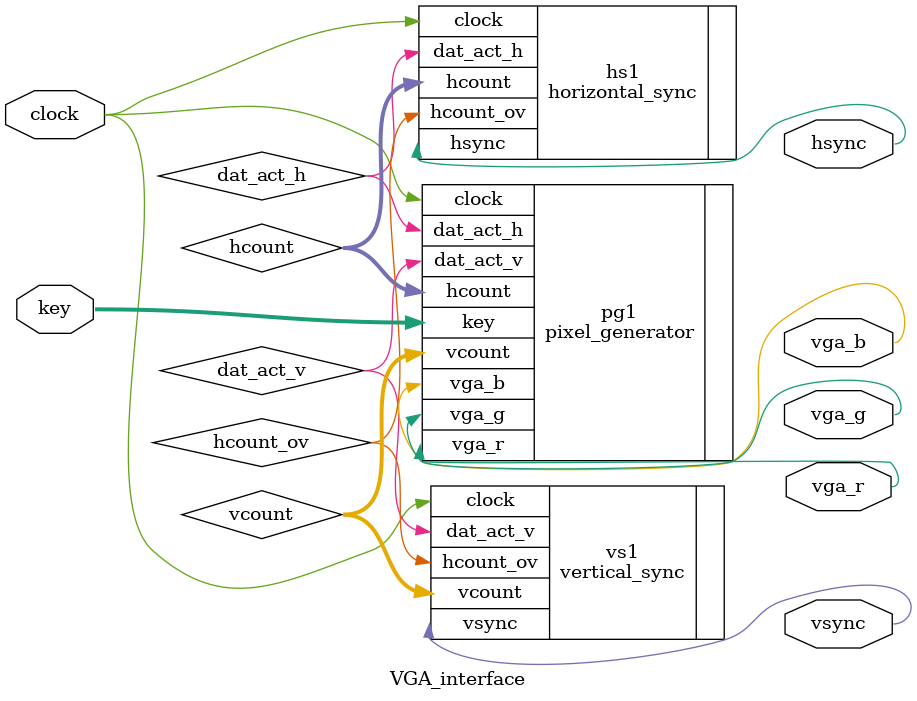
<source format=v>
/*
Autor: Malki-çedheq Benjamim
Disciplina: Eletrônica Digital 1A
Descrição: (ESTRUTURAL)
Principio de interface VGA, ex. sinal para teste de cores e sincronização v/h
Conecte a interface VGA da placa de desenvolvimento a um monitor/tv,
são utilizadas as chaves/botões key1 e key2, da seguinte forma:

key1 key2  resultado esperado no monitor
 0    0	  barra de cores horizontal	
 0    1    barra de cores vertical
 1    0    tabuleiro colorido
 1    1    outro
 
Referência: 
	https://web.mit.edu/6.111/www/labkit/vga.shtml
	http://tinyvga.com/vga-timing/640x480@60Hz
	
Detalhamento:

	O módulo `VGA_interface` é um módulo de interface VGA completo que combina os sinais gerados pelos módulos `horizontal_sync`, `vertical_sync` e `pixel_generator` para criar uma saída VGA que pode ser conectada a um monitor ou outro dispositivo de exibição VGA. Esse módulo é projetado para controlar e exibir imagens na tela de acordo com as configurações de temporização VGA e os sinais de controle.

	1. **Entradas:**
		- `clock`: O sinal de clock do sistema.
		- `key`: Sinal de entrada que representa as chaves ou botões da placa de desenvolvimento. Essas entradas são usadas para selecionar os diferentes modos de exibição.
		
	2. **Saídas:**
		- `vga_r`, `vga_g`, `vga_b`: Sinais de saída que representam os componentes vermelho, verde e azul do sinal VGA. Esses sinais são usados para controlar as cores dos pixels na tela.
		- `hsync`: Sinal de sincronização horizontal.
		- `vsync`: Sinal de sincronização vertical.
		
	3. **Instâncias dos Módulos:**
		- O módulo instância os módulos `horizontal_sync`, `vertical_sync` e `pixel_generator` para gerar os sinais de sincronização horizontal, sincronização vertical e os dados RGB dos pixels.
		
	4. **Conexões entre Módulos:**
		- Os sinais gerados pelos módulos instanciados (`hsync`, `vsync`, `hcount`, `vcount`, `dat_act_h`, `dat_act_v`, `vga_r`, `vga_g`, `vga_b`) são interconectados para criar a interface VGA completa.
		
	5. **Funcionamento do Módulo:**
		- O módulo `VGA_interface` coordena os sinais de sincronização horizontal e vertical gerados pelos módulos `horizontal_sync` e `vertical_sync`, respectivamente.
		- O sinal de ativação de pixels (`dat_act_h` e `dat_act_v`) do módulo `pixel_generator` é usado para ativar os pixels da tela somente durante as regiões ativas da varredura horizontal e vertical.
		- Os sinais `hsync` e `vsync` são gerados de acordo com os tempos de sincronização definidos nos módulos `horizontal_sync` e `vertical_sync`.
		- Os sinais `vga_r`, `vga_g` e `vga_b` são os sinais de cores que definem a cor dos pixels exibidos na tela. Eles são gerados pelo módulo `pixel_generator` e controlam a cor de cada pixel exibido.
		
	6. **Controle de Modos de Exibição:**
		- O sinal `key` é usado para selecionar diferentes modos de exibição, como barras de cores horizontais, barras de cores verticais, tabuleiro colorido, etc.
		
	O módulo `VGA_interface` é o componente principal que integra todos os aspectos necessários para a geração da saída VGA e a exibição de imagens na tela de um monitor compatível com VGA. 
	Ele combina a sincronização horizontal e vertical com a geração de pixels coloridos para criar a imagem final que será exibida na tela.

*/
module VGA_interface(
   clock,
   key,
   vga_r, vga_g, vga_b,
   hsync,
   vsync
);
	input  clock;     	//50MHz clock de entrada do sistema
	input  [2:1] key;  	//conexão com chaves/botes da placa
	output vga_r, vga_g, vga_b;    //Saída de dados VGA
	output  hsync;     	//Sinal para sincronização horizontal VGA
	output  vsync;     	//Sinal para sincronização vertical VGA
	
	//Conduções para instâncias
	wire [9:0] hcount;
	wire [9:0] vcount;	
	wire hcount_ov;
	wire dat_act_h;
	wire dat_act_v;
	
	//Instância e mapeamento do módulo de sincronismo horizontal
	horizontal_sync hs1( .clock(clock),
								.hsync(hsync),
								.hcount(hcount),
								.hcount_ov(hcount_ov),
								.dat_act_h(dat_act_h));
	
	//Instância e mapeamento do módulo de sincronismo vertical						
	vertical_sync vs1(   .clock(clock),
								.hcount_ov(hcount_ov),
								.vsync(vsync),
								.vcount(vcount),
								.dat_act_v(dat_act_v));	
	
	//Instância e mapeamento do módulo gerador de pixels
	pixel_generator pg1(   .clock(clock),   
								.dat_act_h(dat_act_h),
								.dat_act_v(dat_act_v),
								.hcount(hcount),
								.vcount(vcount),
								.key(key),
								.vga_r(vga_r), 
								.vga_g(vga_g), 
								.vga_b(vga_b));

endmodule

</source>
